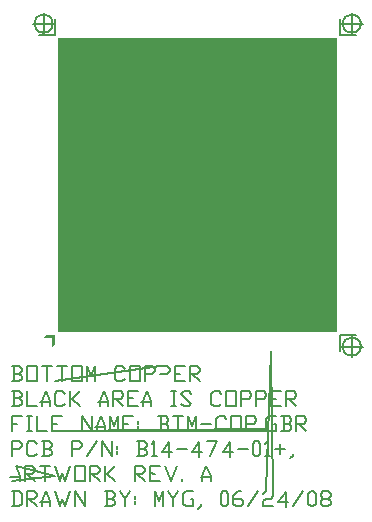
<source format=gbr>
G04 AutoGERB for AutoCAD 14/2000*
G04 RS274-X Output *
%FSLAX34Y34*%
%MOIN*%
%ADD12C,0.005000*%
%ADD13C,0.007000*%
%ADD14C,0.013448*%
%ADD15C,0.013000*%
%ADD16C,0.096000*%
G36*X-312Y0D02*X-396Y-90D01*X-90Y-90*X-90Y-396*X0Y-312*X0Y0*X-312Y0*G37*G54D12*X9887Y-83D02*X9840Y-87D01*X9795Y-97*X9751Y-115*X9711Y-140*X9675Y-170*X9645Y-206*X9620Y-246*X9602Y-289*X9591Y-335*X9587Y-381*G54D12*X9587Y-383D02*X9591Y-430D01*X9602Y-475*X9620Y-519*X9644Y-559*X9674Y-594*X9710Y-625*X9750Y-650*X9793Y-668*X9839Y-679*X9886Y-683*G54D12*X9500Y0D02*X10037Y0D01*G54D12*X9887Y-383D02*X9525Y-383D01*G54D12*X9500Y0D02*X9500Y-537D01*G54D12*X9887Y-683D02*X9934Y-679D01*X9979Y-668*X10023Y-650*X10063Y-626*X10099Y-595*X10129Y-560*X10154Y-520*X10172Y-477*X10183Y-431*X10187Y-384*G54D12*X9887Y-383D02*X9887Y-745D01*G54D12*X10187Y-383D02*X10183Y-336D01*X10172Y-290*X10155Y-247*X10130Y-207*X10100Y-171*X10064Y-141*X10024Y-116*X9981Y-98*X9935Y-87*X9889Y-83*G54D12*X9887Y-383D02*X10249Y-383D01*G54D12*X9887Y-383D02*X9887Y-21D01*G54D12*X-387Y10683D02*X-434Y10679D01*X-479Y10668*X-523Y10650*X-563Y10626*X-599Y10595*X-629Y10560*X-654Y10520*X-672Y10477*X-683Y10431*X-687Y10384*G54D12*X-687Y10383D02*X-683Y10336D01*X-672Y10290*X-655Y10247*X-630Y10207*X-600Y10171*X-564Y10141*X-524Y10116*X-481Y10098*X-435Y10087*X-389Y10083*G54D12*X-387Y10383D02*X-749Y10383D01*G54D12*X-387Y10083D02*X-340Y10087D01*X-295Y10097*X-251Y10115*X-211Y10140*X-175Y10170*X-145Y10206*X-120Y10246*X-102Y10289*X-91Y10335*X-87Y10381*G54D12*X-387Y10383D02*X-387Y10021D01*G54D12*X0Y10000D02*X0Y10537D01*G54D12*X0Y10000D02*X-537Y10000D01*G54D12*X-87Y10383D02*X-91Y10430D01*X-102Y10475*X-120Y10519*X-144Y10559*X-174Y10594*X-210Y10625*X-250Y10650*X-293Y10668*X-339Y10679*X-386Y10683*G54D12*X-387Y10383D02*X-25Y10383D01*G54D12*X-387Y10383D02*X-387Y10745D01*G54D12*X10187Y10383D02*X10183Y10430D01*X10172Y10475*X10155Y10519*X10130Y10559*X10100Y10594*X10064Y10625*X10024Y10650*X9981Y10668*X9935Y10679*X9889Y10683*G54D12*X9887Y10083D02*X9934Y10087D01*X9979Y10097*X10023Y10115*X10063Y10140*X10099Y10170*X10129Y10206*X10154Y10246*X10172Y10289*X10183Y10335*X10187Y10381*G54D12*X9887Y10383D02*X10249Y10383D01*G54D12*X9587Y10383D02*X9591Y10336D01*X9602Y10290
*X9620Y10247*X9644Y10207*X9674Y10171*X9710Y10141*X9750Y10116*X9793Y10098*X9839Y10087*X9886Y10083*G54D12*X9887Y10383D02*X9887Y10021D01*G54D12*X9500Y10000D02*X9500Y10537D01*G54D12*X9500Y10000D02*X10037Y10000D01*G54D12*X9887Y10683D02*X9840Y10679D01*X9795Y10668*X9751Y10650*X9711Y10626*X9675Y10595*X9645Y10560*X9620Y10520*X9602Y10477*X9591Y10431*X9587Y10384*G54D12*X9887Y10383D02*X9525Y10383D01*G54D12*X9887Y10383D02*X9887Y10745D01*G36*X9400Y100D02*X9400Y9900D01*X100Y9900*X100Y100*X9400Y100*G37*G54D13*X-1451Y-5698D02*X-1201Y-5698D01*X-1118Y-5615*X-1118Y-5282*X-1202Y-5198*X-1451Y-5198*G54D13*X-1368Y-5198D02*X-1368Y-5698D01*G54D13*X-951Y-5698D02*X-951Y-5198D01*X-701Y-5198*X-618Y-5282*X-618Y-5365*X-701Y-5449*X-951Y-5449*G54D13*X-868Y-5449D02*X-618Y-5698D01*G54D13*X-451Y-5698D02*X-451Y-5532D01*X-313Y-5198*X-175Y-5532*X-175Y-5698*G54D13*X-509Y-5560D02*X-175Y-5560D01*G54D13*X-9Y-5198D02*X158Y-5698D01*X241Y-5448*X325Y-5698*X491Y-5198*G54D13*X658Y-5698D02*X658Y-5198D01*X991Y-5698*X991Y-5198*G54D13*X1658Y-5698D02*X1908Y-5698D01*X1991Y-5615*X1991Y-5532*X1908Y-5448*X1741Y-5448*G54D13*X1908Y-5448D02*X1991Y-5365D01*X1991Y-5282*X1908Y-5198*X1658Y-5198*G54D13*X1741Y-5198D02*X1741Y-5698D01*G54D13*X2158Y-5198D02*X2325Y-5448D01*X2325Y-5698*G54D13*X2325Y-5448D02*X2491Y-5198D01*G54D13*X2658Y-5365D02*X2658Y-5449D01*G54D13*X2658Y-5532D02*X2658Y-5615D01*G54D13*X3325Y-5698D02*X3325Y-5199D01*X3463Y-5532*X3601Y-5198*X3601Y-5698*G54D13*X3767Y-5198D02*X3934Y-5448D01*X3934Y-5698*G54D13*X3934Y-5448D02*X4101Y-5198D01*G54D13*X4517Y-5448D02*X4601Y-5448D01*X4601Y-5698*X4351Y-5698*X4267Y-5615*X4267Y-5282*X4351Y-5198*X4601Y-5198*G54D13*X4851Y-5615D02*X4851Y-5698D01*X4767Y-5781*G54D13*X5601Y-5698D02*X5517Y-5615D01*X5517Y-5282*X5601Y-5198*X5684Y-5198*X5767Y-5282*X5767Y-5615*X5684Y-5698*X5601Y-5698*G54D13*X5934Y-5448D02*X6184Y-5449D01*X6267Y-5532*X6267Y-5615*X6184Y-5698*X6017Y-5698*X5934Y-5615*X5934Y-5365*X6101Y-5198*X6184Y-5198*G54D13*X6434Y-5698D02*X6767Y-5199D01*G54D13*X6934Y-5282D02*X7017Y-5198D01*X7184Y-519
8*X7267Y-5282*X7267Y-5365*X7184Y-5449*X7017Y-5449*X6934Y-5532*X6934Y-5698*X7267Y-5698*G54D13*X7767Y-5560D02*X7434Y-5560D01*X7684Y-5227*X7684Y-5726*G54D13*X7934Y-5698D02*X8267Y-5198D01*G54D13*X8517Y-5698D02*X8434Y-5615D01*X8434Y-5282*X8517Y-5198*X8601Y-5198*X8684Y-5282*X8684Y-5615*X8601Y-5698*X8517Y-5698*G54D13*X8934Y-5698D02*X8851Y-5615D01*X8851Y-5532*X8934Y-5448*X9101Y-5448*X9184Y-5365*X9184Y-5282*X9101Y-5198*X8934Y-5198*X8851Y-5282*X8851Y-5365*X8934Y-5448*G54D13*X9101Y-5448D02*X9184Y-5532D01*X9184Y-5615*X9101Y-5698*X8934Y-5698*G54D13*X-1451Y-2364D02*X-1201Y-2364D01*X-1118Y-2281*X-1118Y-2198*X-1201Y-2114*X-1368Y-2114*G54D13*X-1201Y-2114D02*X-1118Y-2031D01*X-1118Y-1948*X-1201Y-1864*X-1451Y-1864*G54D13*X-1368Y-1864D02*X-1368Y-2364D01*G54D13*X-951Y-1864D02*X-951Y-2364D01*X-618Y-2364*G54D13*X-451Y-2364D02*X-451Y-2198D01*X-313Y-1864*X-175Y-2198*X-175Y-2364*G54D13*X-509Y-2226D02*X-175Y-2226D01*G54D13*X325Y-2281D02*X241Y-2364D01*X75Y-2364*X-9Y-2281*X-9Y-1948*X75Y-1864*X241Y-1864*X325Y-1948*G54D13*X491Y-2364D02*X491Y-1864D01*G54D13*X825Y-1865D02*X575Y-2115D01*X491Y-2115*G54D13*X575Y-2115D02*X825Y-2364D01*G54D13*X1491Y-2364D02*X1491Y-2198D01*X1629Y-1864*X1767Y-2198*X1767Y-2364*G54D13*X1434Y-2226D02*X1767Y-2226D01*G54D13*X1934Y-2364D02*X1934Y-1864D01*X2184Y-1864*X2267Y-1948*X2267Y-2031*X2184Y-2115*X1934Y-2115*G54D13*X2017Y-2115D02*X2267Y-2364D01*G54D13*X2434Y-2364D02*X2434Y-1864D01*X2767Y-1864*G54D13*X2434Y-2114D02*X2601Y-2114D01*G54D13*X2434Y-2364D02*X2767Y-2364D01*G54D13*X2934Y-2364D02*X2934Y-2198D01*X3072Y-1864*X3210Y-2198*X3210Y-2364*G54D13*X2877Y-2226D02*X3210Y-2226D01*G54D13*X3877Y-1864D02*X4044Y-1865D01*G54D13*X3960Y-1864D02*X3960Y-2364D01*G54D13*X3877Y-2364D02*X4044Y-2364D01*G54D13*X4210Y-2281D02*X4294Y-2364D01*X4460Y-2364*X4544Y-2281*X4210Y-1948*X4294Y-1864*X4460Y-1864*X4544Y-1948*G54D13*X5544Y-2281D02*X5460Y-2364D01*X5294Y-2364*X5210Y-2281*X5210Y-1948*X5294Y-1864*X5460Y-1864*X5544Y-1948*G54D13*X5710Y-2364D02*X5710Y-1864D01*X6044Y-1864*X6044Y-2364*X5710Y-2364*G54D13
*X6210Y-2364D02*X6210Y-1864D01*X6460Y-1864*X6544Y-1948*X6544Y-2031*X6460Y-2115*X6210Y-2115*G54D13*X6710Y-2364D02*X6710Y-1864D01*X6960Y-1865*X7044Y-1948*X7044Y-2031*X6960Y-2115*X6710Y-2115*G54D13*X7210Y-2364D02*X7210Y-1864D01*X7544Y-1864*G54D13*X7210Y-2115D02*X7377Y-2115D01*G54D13*X7210Y-2364D02*X7544Y-2364D01*G54D13*X7710Y-2364D02*X7710Y-1864D01*X7960Y-1864*X8044Y-1948*X8044Y-2031*X7960Y-2115*X7710Y-2115*G54D13*X7794Y-2115D02*X8044Y-2364D01*G54D13*X-1451Y-3198D02*X-1451Y-2698D01*X-1118Y-2698*G54D13*X-1451Y-2948D02*X-1285Y-2948D01*G54D13*X-951Y-2698D02*X-785Y-2699D01*G54D13*X-868Y-2698D02*X-868Y-3198D01*G54D13*X-951Y-3198D02*X-785Y-3198D01*G54D13*X-618Y-2698D02*X-618Y-3198D01*X-285Y-3198*G54D13*X-118Y-3198D02*X-118Y-2698D01*X215Y-2698*G54D13*X-118Y-2949D02*X49Y-2949D01*G54D13*X-118Y-3198D02*X215Y-3198D01*G54D13*X882Y-3198D02*X882Y-2698D01*X1215Y-3198*X1215Y-2699*G54D13*X1382Y-3198D02*X1382Y-3032D01*X1520Y-2699*X1658Y-3032*X1658Y-3198*G54D13*X1325Y-3060D02*X1658Y-3060D01*G54D13*X1825Y-3198D02*X1825Y-2698D01*X1963Y-3032*X2101Y-2698*X2101Y-3198*G54D13*X2267Y-3198D02*X2267Y-2698D01*X2601Y-2698*G54D13*X2267Y-2949D02*X2434Y-2948D01*G54D13*X2267Y-3198D02*X2601Y-3198D01*G54D13*X2767Y-2865D02*X2767Y-2948D01*G54D13*X2767Y-3032D02*X2767Y-3115D01*G54D13*X3434Y-3198D02*X3684Y-3198D01*X3767Y-3115*X3767Y-3032*X3684Y-2948*X3517Y-2948*G54D13*X3684Y-2948D02*X3767Y-2865D01*X3767Y-2782*X3684Y-2698*X3434Y-2698*G54D13*X3517Y-2698D02*X3517Y-3198D01*G54D13*X3934Y-2698D02*X4267Y-2698D01*G54D13*X4101Y-2698D02*X4101Y-3198D01*G54D13*X4434Y-3198D02*X4434Y-2698D01*X4572Y-3032*X4710Y-2698*X4710Y-3198*G54D13*X4877Y-2948D02*X5210Y-2948D01*G54D13*X5710Y-3115D02*X5627Y-3198D01*X5460Y-3198*X5377Y-3115*X5377Y-2782*X5460Y-2698*X5627Y-2698*X5710Y-2782*G54D13*X5877Y-3198D02*X5877Y-2698D01*X6210Y-2698*X6210Y-3198*X5877Y-3198*G54D13*X6377Y-3198D02*X6377Y-2698D01*X6627Y-2698*X6710Y-2782*X6710Y-2865*X6627Y-2949*X6377Y-2949*G54D13*X6877Y-3198D02*X6877Y-3115D01*G54D13*X7294Y-2948D02*X7377Y-2948D01*X7377Y-3198*X7
127Y-3198*X7044Y-3115*X7044Y-2782*X7127Y-2698*X7377Y-2698*G54D13*X7544Y-3198D02*X7794Y-3198D01*X7877Y-3115*X7877Y-3032*X7794Y-2948*X7627Y-2948*G54D13*X7794Y-2948D02*X7877Y-2865D01*X7877Y-2782*X7794Y-2698*X7544Y-2698*G54D13*X7627Y-2698D02*X7627Y-3198D01*G54D13*X8044Y-3198D02*X8044Y-2699D01*X8294Y-2698*X8377Y-2782*X8377Y-2865*X8294Y-2949*X8044Y-2949*G54D13*X8127Y-2949D02*X8377Y-3198D01*G54D13*X-1451Y-4031D02*X-1451Y-3531D01*X-1201Y-3531*X-1118Y-3615*X-1118Y-3698*X-1201Y-3782*X-1451Y-3782*G54D13*X-618Y-3948D02*X-701Y-4031D01*X-868Y-4031*X-951Y-3948*X-952Y-3615*X-868Y-3531*X-701Y-3531*X-618Y-3615*G54D13*X-451Y-4031D02*X-201Y-4031D01*X-118Y-3948*X-118Y-3865*X-201Y-3781*X-368Y-3781*G54D13*X-201Y-3781D02*X-118Y-3698D01*X-118Y-3615*X-201Y-3531*X-452Y-3531*G54D13*X-368Y-3531D02*X-368Y-4031D01*G54D13*X549Y-4031D02*X549Y-3531D01*X799Y-3531*X882Y-3615*X882Y-3698*X799Y-3782*X549Y-3782*G54D13*X1049Y-4031D02*X1382Y-3531D01*G54D13*X1549Y-4031D02*X1549Y-3532D01*X1882Y-4031*X1882Y-3531*G54D13*X2049Y-3698D02*X2049Y-3782D01*G54D13*X2049Y-3865D02*X2049Y-3948D01*G54D13*X2715Y-4031D02*X2965Y-4031D01*X3048Y-3948*X3048Y-3865*X2965Y-3781*X2798Y-3781*G54D13*X2965Y-3781D02*X3048Y-3698D01*X3048Y-3615*X2965Y-3531*X2715Y-3531*G54D13*X2798Y-3531D02*X2798Y-4031D01*G54D13*X3215Y-3615D02*X3298Y-3531D01*X3298Y-4031*G54D13*X3215Y-4031D02*X3382Y-4031D01*G54D13*X3882Y-3893D02*X3548Y-3893D01*X3798Y-3560*X3799Y-4059*G54D13*X4048Y-3781D02*X4382Y-3782D01*G54D13*X4882Y-3893D02*X4549Y-3893D01*X4798Y-3560*X4799Y-4059*G54D13*X5048Y-3532D02*X5382Y-3531D01*X5175Y-4031*G54D13*X5925Y-3893D02*X5591Y-3893D01*X5841Y-3560*X5841Y-4059*G54D13*X6091Y-3781D02*X6425Y-3781D01*G54D13*X6675Y-4031D02*X6591Y-3948D01*X6591Y-3615*X6675Y-3531*X6758Y-3531*X6841Y-3615*X6841Y-3948*X6758Y-4031*X6675Y-4031*G54D13*X7008Y-3615D02*X7091Y-3531D01*X7091Y-4031*G54D13*X7008Y-4031D02*X7175Y-4031D01*G54D13*X7508Y-3962D02*X7508Y-3629D01*G54D13*X7675Y-3796D02*X7341Y-3796D01*G54D13*X7925Y-3948D02*X7925Y-4031D01*X7841Y-4114*G54D13*X-1451Y-4864D02*X-1
451Y-4698D01*X-1313Y-4364*X-1175Y-4698*X-1175Y-4864*G54D13*X-1508Y-4726D02*X-1175Y-4726D01*G54D13*X-1009Y-4864D02*X-1009Y-4364D01*X-759Y-4364*X-675Y-4448*X-675Y-4531*X-759Y-4615*X-1009Y-4615*G54D13*X-925Y-4615D02*X-675Y-4864D01*G54D13*X-509Y-4365D02*X-175Y-4364D01*G54D13*X-342Y-4364D02*X-342Y-4864D01*G54D13*X-9Y-4364D02*X158Y-4864D01*X241Y-4614*X325Y-4864*X491Y-4364*G54D13*X658Y-4864D02*X658Y-4364D01*X991Y-4364*X991Y-4864*X658Y-4864*G54D13*X1158Y-4864D02*X1158Y-4364D01*X1408Y-4364*X1491Y-4448*X1491Y-4531*X1408Y-4615*X1158Y-4615*G54D13*X1241Y-4615D02*X1491Y-4864D01*G54D13*X1658Y-4864D02*X1658Y-4364D01*G54D13*X1991Y-4365D02*X1741Y-4615D01*X1658Y-4615*G54D13*X1741Y-4615D02*X1991Y-4864D01*G54D13*X2658Y-4864D02*X2658Y-4364D01*X2908Y-4364*X2991Y-4448*X2991Y-4531*X2908Y-4615*X2658Y-4615*G54D13*X2741Y-4615D02*X2991Y-4864D01*G54D13*X3158Y-4864D02*X3158Y-4365D01*X3491Y-4364*G54D13*X3158Y-4614D02*X3325Y-4615D01*G54D13*X3158Y-4864D02*X3491Y-4864D01*G54D13*X3658Y-4364D02*X3865Y-4864D01*X4072Y-4364*G54D13*X4239Y-4864D02*X4239Y-4781D01*G54D13*X4906Y-4864D02*X4906Y-4698D01*X5044Y-4365*X5182Y-4698*X5182Y-4864*G54D13*X4848Y-4726D02*X5182Y-4726D01*G54D13*X-1451Y-1531D02*X-1201Y-1531D01*X-1118Y-1448*X-1118Y-1365*X-1201Y-1281*X-1368Y-1281*G54D13*X-1201Y-1281D02*X-1118Y-1198D01*X-1118Y-1115*X-1201Y-1031*X-1451Y-1031*G54D13*X-1368Y-1031D02*X-1368Y-1531D01*G54D13*X-951Y-1531D02*X-951Y-1031D01*X-618Y-1031*X-618Y-1531*X-951Y-1531*G54D13*X-451Y-1031D02*X-118Y-1031D01*G54D13*X-285Y-1031D02*X-285Y-1531D01*G54D13*X49Y-1031D02*X382Y-1031D01*G54D13*X215Y-1031D02*X215Y-1531D01*G54D13*X549Y-1531D02*X549Y-1031D01*X882Y-1031*X882Y-1531*X549Y-1531*G54D13*X1049Y-1531D02*X1049Y-1031D01*X1187Y-1365*X1325Y-1031*X1325Y-1531*G54D13*X2325Y-1448D02*X2241Y-1531D01*X2075Y-1531*X1991Y-1448*X1991Y-1115*X2075Y-1031*X2241Y-1031*X2325Y-1115*G54D13*X2491Y-1531D02*X2491Y-1031D01*X2825Y-1031*X2825Y-1531*X2491Y-1531*G54D13*X2991Y-1531D02*X2991Y-1031D01*X3241Y-1031*X3325Y-1115*X3325Y-1198*X3241Y-1282*X2991Y-1282*G54D13*X3
491Y-1531D02*X3491Y-1031D01*X3741Y-1032*X3825Y-1115*X3825Y-1198*X3741Y-1282*X3491Y-1282*G54D13*X3991Y-1531D02*X3991Y-1031D01*X4325Y-1031*G54D13*X3991Y-1281D02*X4158Y-1281D01*G54D13*X3991Y-1531D02*X4325Y-1531D01*G54D13*X4491Y-1531D02*X4491Y-1031D01*X4741Y-1031*X4825Y-1115*X4825Y-1198*X4741Y-1282*X4491Y-1282*G54D13*X4575Y-1282D02*X4825Y-1531D01*M02*

	THIS DOCUMENT AND ITS CONTENTS ARE OWNED BY, AND ARE
THE CONFIDENTIAL AND PROPRIETARY INFORMATION OF, MINI-CIRCUITS
("CONFIDENTIAL INFORMATION") AND MINI-CIRCUITS RESERVES ALL
DESIGN, USE, MANUFACTURING AND REPRODUCTION RIGHTS THERETO.
UNLESS OTHERWISE EXPRESSLY AGREED TO IN WRITING BY MINI-
CIRCUITS, THE CONFIDENTIAL INFROMATION WILL: (i) BE USED BY MINI-
CIRCUITS' VENDORS, VENDEES, OR THE UNITED STATES GOVERNMENT
("RECEIVING PARTY") SOLELY TO PROMOTE THE COMMERCIAL
RELATIONSHIP BETWEEN RECEIVING PARTY AND MINI-CIRCUITS
("PURPOSE") AND THEN ONLY TO THE EXTENT SPECIFIED BY MINI-
CIRCUITS; (ii) NOT BE USED FOR ANY OTHER PURPOSE AND NOT BE USED
IN ANY WAY DETRIMENTAL TO MINI-CIRCUITS OR TO COMPETE AGAINST
MINI-CIRCUITS; AND (iii) BE KEPT CONFIDENTIAL BY THE RECEIVING PARTY
AND RECEIVING PARTY AGREES NOT TO DISCLOSE THE CONFIDENTIAL
INFORMATION TO ANY THIRD PARTY.

</source>
